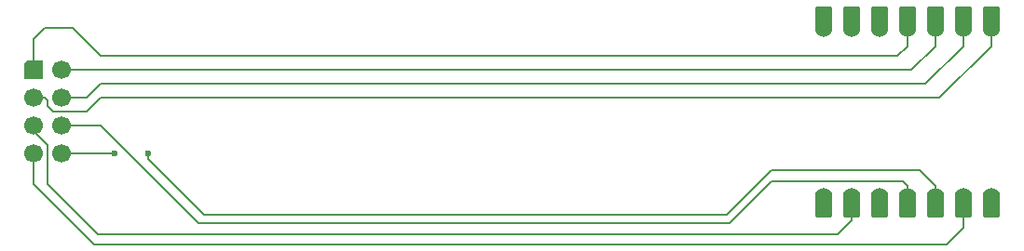
<source format=gbr>
G04 #@! TF.GenerationSoftware,KiCad,Pcbnew,9.0.7*
G04 #@! TF.CreationDate,2026-02-19T02:03:21-08:00*
G04 #@! TF.ProjectId,memori-hw,6d656d6f-7269-42d6-9877-2e6b69636164,vFEB 2026*
G04 #@! TF.SameCoordinates,Original*
G04 #@! TF.FileFunction,Copper,L1,Top*
G04 #@! TF.FilePolarity,Positive*
%FSLAX46Y46*%
G04 Gerber Fmt 4.6, Leading zero omitted, Abs format (unit mm)*
G04 Created by KiCad (PCBNEW 9.0.7) date 2026-02-19 02:03:21*
%MOMM*%
%LPD*%
G01*
G04 APERTURE LIST*
G04 Aperture macros list*
%AMRoundRect*
0 Rectangle with rounded corners*
0 $1 Rounding radius*
0 $2 $3 $4 $5 $6 $7 $8 $9 X,Y pos of 4 corners*
0 Add a 4 corners polygon primitive as box body*
4,1,4,$2,$3,$4,$5,$6,$7,$8,$9,$2,$3,0*
0 Add four circle primitives for the rounded corners*
1,1,$1+$1,$2,$3*
1,1,$1+$1,$4,$5*
1,1,$1+$1,$6,$7*
1,1,$1+$1,$8,$9*
0 Add four rect primitives between the rounded corners*
20,1,$1+$1,$2,$3,$4,$5,0*
20,1,$1+$1,$4,$5,$6,$7,0*
20,1,$1+$1,$6,$7,$8,$9,0*
20,1,$1+$1,$8,$9,$2,$3,0*%
%AMOutline5P*
0 Free polygon, 5 corners , with rotation*
0 The origin of the aperture is its center*
0 number of corners: always 5*
0 $1 to $10 corner X, Y*
0 $11 Rotation angle, in degrees counterclockwise*
0 create outline with 5 corners*
4,1,5,$1,$2,$3,$4,$5,$6,$7,$8,$9,$10,$1,$2,$11*%
%AMOutline6P*
0 Free polygon, 6 corners , with rotation*
0 The origin of the aperture is its center*
0 number of corners: always 6*
0 $1 to $12 corner X, Y*
0 $13 Rotation angle, in degrees counterclockwise*
0 create outline with 6 corners*
4,1,6,$1,$2,$3,$4,$5,$6,$7,$8,$9,$10,$11,$12,$1,$2,$13*%
%AMOutline7P*
0 Free polygon, 7 corners , with rotation*
0 The origin of the aperture is its center*
0 number of corners: always 7*
0 $1 to $14 corner X, Y*
0 $15 Rotation angle, in degrees counterclockwise*
0 create outline with 7 corners*
4,1,7,$1,$2,$3,$4,$5,$6,$7,$8,$9,$10,$11,$12,$13,$14,$1,$2,$15*%
%AMOutline8P*
0 Free polygon, 8 corners , with rotation*
0 The origin of the aperture is its center*
0 number of corners: always 8*
0 $1 to $16 corner X, Y*
0 $17 Rotation angle, in degrees counterclockwise*
0 create outline with 8 corners*
4,1,8,$1,$2,$3,$4,$5,$6,$7,$8,$9,$10,$11,$12,$13,$14,$15,$16,$1,$2,$17*%
G04 Aperture macros list end*
G04 #@! TA.AperFunction,SMDPad,CuDef*
%ADD10RoundRect,0.152400X-0.609600X1.063600X-0.609600X-1.063600X0.609600X-1.063600X0.609600X1.063600X0*%
G04 #@! TD*
G04 #@! TA.AperFunction,ComponentPad*
%ADD11C,1.524000*%
G04 #@! TD*
G04 #@! TA.AperFunction,SMDPad,CuDef*
%ADD12RoundRect,0.152400X0.609600X-1.063600X0.609600X1.063600X-0.609600X1.063600X-0.609600X-1.063600X0*%
G04 #@! TD*
G04 #@! TA.AperFunction,ComponentPad*
%ADD13Outline5P,-0.850000X0.510000X-0.510000X0.850000X0.850000X0.850000X0.850000X-0.850000X-0.850000X-0.850000X0.000000*%
G04 #@! TD*
G04 #@! TA.AperFunction,ComponentPad*
%ADD14C,1.700000*%
G04 #@! TD*
G04 #@! TA.AperFunction,ViaPad*
%ADD15C,0.600000*%
G04 #@! TD*
G04 #@! TA.AperFunction,Conductor*
%ADD16C,0.127000*%
G04 #@! TD*
G04 APERTURE END LIST*
D10*
X182490000Y-110077000D03*
D11*
X182490000Y-109242000D03*
D10*
X179950000Y-110077000D03*
D11*
X179950000Y-109242000D03*
D10*
X177410000Y-110077000D03*
D11*
X177410000Y-109242000D03*
D10*
X174870000Y-110077000D03*
D11*
X174870000Y-109242000D03*
D10*
X172330000Y-110077000D03*
D11*
X172330000Y-109242000D03*
D10*
X169790000Y-110077000D03*
D11*
X169790000Y-109242000D03*
D10*
X167250000Y-110077000D03*
D11*
X167250000Y-109242000D03*
X167250000Y-94002000D03*
D12*
X167250000Y-93167000D03*
D11*
X169790000Y-94002000D03*
D12*
X169790000Y-93167000D03*
D11*
X172330000Y-94002000D03*
D12*
X172330000Y-93167000D03*
D11*
X174870000Y-94002000D03*
D12*
X174870000Y-93167000D03*
D11*
X177410000Y-94002000D03*
D12*
X177410000Y-93167000D03*
D11*
X179950000Y-94002000D03*
D12*
X179950000Y-93167000D03*
D11*
X182490000Y-94002000D03*
D12*
X182490000Y-93167000D03*
D13*
X95504000Y-97790000D03*
D14*
X98044000Y-97790000D03*
X95504000Y-100330000D03*
X98044000Y-100330000D03*
X95504000Y-102870000D03*
X98044000Y-102870000D03*
X95504000Y-105410000D03*
X98044000Y-105410000D03*
D15*
X102870000Y-105410000D03*
X105918000Y-105410000D03*
D16*
X105918000Y-105410000D02*
X105918000Y-105918000D01*
X176022000Y-106934000D02*
X177410000Y-108322000D01*
X158496000Y-110998000D02*
X162560000Y-106934000D01*
X162560000Y-106934000D02*
X176022000Y-106934000D01*
X105918000Y-105918000D02*
X110998000Y-110998000D01*
X110998000Y-110998000D02*
X158496000Y-110998000D01*
X177410000Y-108322000D02*
X177410000Y-109242000D01*
X98044000Y-102870000D02*
X101600000Y-102870000D01*
X158750000Y-111760000D02*
X162560000Y-107950000D01*
X101600000Y-102870000D02*
X110490000Y-111760000D01*
X110490000Y-111760000D02*
X158750000Y-111760000D01*
X174498000Y-107950000D02*
X174870000Y-108322000D01*
X162560000Y-107950000D02*
X174498000Y-107950000D01*
X174870000Y-108322000D02*
X174870000Y-109242000D01*
X101600000Y-105410000D02*
X102870000Y-105410000D01*
X95504000Y-102870000D02*
X95504000Y-103378000D01*
X95504000Y-103378000D02*
X96774000Y-104648000D01*
X96774000Y-104648000D02*
X96774000Y-108204000D01*
X101346000Y-112776000D02*
X168529000Y-112776000D01*
X169790000Y-111515000D02*
X169790000Y-110077000D01*
X96774000Y-108204000D02*
X101346000Y-112776000D01*
X168529000Y-112776000D02*
X169790000Y-111515000D01*
X96774000Y-101092000D02*
X97282000Y-101600000D01*
X97282000Y-101600000D02*
X100330000Y-101600000D01*
X100330000Y-101600000D02*
X101600000Y-100330000D01*
X96520000Y-100330000D02*
X96774000Y-100584000D01*
X95504000Y-100330000D02*
X96520000Y-100330000D01*
X96774000Y-100584000D02*
X96774000Y-101092000D01*
X101600000Y-105410000D02*
X98044000Y-105410000D01*
X101600000Y-100330000D02*
X177800000Y-100330000D01*
X177800000Y-100330000D02*
X182490000Y-95640000D01*
X182490000Y-95640000D02*
X182490000Y-94002000D01*
X95504000Y-97790000D02*
X95504000Y-94996000D01*
X101600000Y-96520000D02*
X173990000Y-96520000D01*
X96520000Y-93980000D02*
X99060000Y-93980000D01*
X173990000Y-96520000D02*
X174870000Y-95640000D01*
X99060000Y-93980000D02*
X101600000Y-96520000D01*
X95504000Y-94996000D02*
X96520000Y-93980000D01*
X174870000Y-95640000D02*
X174870000Y-94002000D01*
X98044000Y-100330000D02*
X100330000Y-100330000D01*
X101600000Y-99060000D02*
X176530000Y-99060000D01*
X100330000Y-100330000D02*
X101600000Y-99060000D01*
X179950000Y-95640000D02*
X179950000Y-94002000D01*
X176530000Y-99060000D02*
X179950000Y-95640000D01*
X98044000Y-97790000D02*
X175260000Y-97790000D01*
X175260000Y-97790000D02*
X177410000Y-95640000D01*
X177410000Y-95640000D02*
X177410000Y-94002000D01*
X95504000Y-105410000D02*
X95504000Y-108204000D01*
X95504000Y-108204000D02*
X100965000Y-113665000D01*
X178435000Y-113665000D02*
X179950000Y-112150000D01*
X100965000Y-113665000D02*
X178435000Y-113665000D01*
X179950000Y-112150000D02*
X179950000Y-110077000D01*
M02*

</source>
